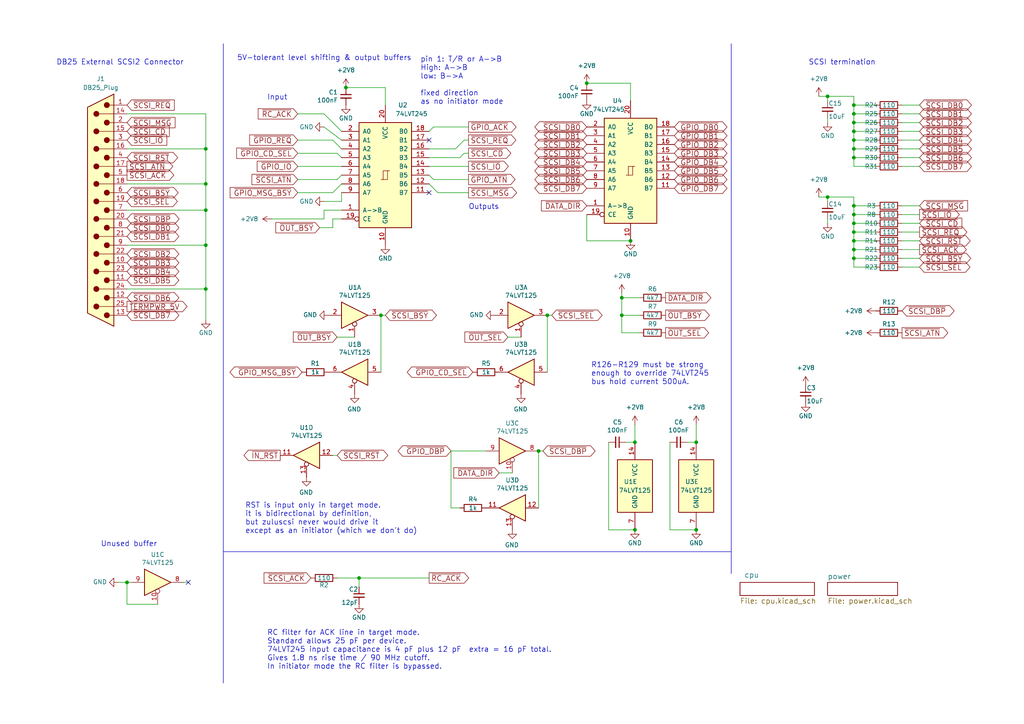
<source format=kicad_sch>
(kicad_sch (version 20230121) (generator eeschema)
  (paper "A4")
  (title_block (title "SillyTinySCSI") (rev "V2.0") (company "ZZJ / M.D.") (comment 1 "Derivative of ZuluSCSI Pico OSHW") (comment 2 "ZuluSCSI is a registered trademark of (C) Rabbit Hole Computing") (comment 3 "Descended from SCSI2SD, with special thanks to Michael McMaster"))
  (junction (at 170.18 24.13))
  (junction (at 247.65 64.77))
  (junction (at 247.65 74.93))
  (junction (at 59.69 71.12))
  (junction (at 158.75 91.44))
  (junction (at 247.65 59.69))
  (junction (at 59.69 53.34))
  (junction (at 247.65 40.64))
  (junction (at 36.83 168.91))
  (junction (at 184.15 153.67))
  (junction (at 156.21 130.81))
  (junction (at 247.65 30.48))
  (junction (at 180.34 91.44))
  (junction (at 59.69 43.18))
  (junction (at 247.65 43.18))
  (junction (at 247.65 72.39))
  (junction (at 247.65 62.23))
  (junction (at 201.93 153.67))
  (junction (at 182.88 69.85))
  (junction (at 184.15 128.27))
  (junction (at 59.69 83.82))
  (junction (at 247.65 35.56))
  (junction (at 100.33 25.4))
  (junction (at 201.93 128.27))
  (junction (at 110.49 91.44))
  (junction (at 59.69 60.96))
  (junction (at 247.65 45.72))
  (junction (at 104.14 167.64))
  (junction (at 247.65 33.02))
  (junction (at 247.65 67.31))
  (junction (at 180.34 86.36))
  (junction (at 240.03 57.15))
  (junction (at 240.03 27.94))
  (junction (at 247.65 69.85))
  (junction (at 247.65 38.1))
  (no_connect (at 54.61 168.91))
  (no_connect (at 124.46 55.88))
  (no_connect (at 124.46 40.64))
  (wire (pts (xy 247.65 38.1) (xy 247.65 40.64)))
  (wire (pts (xy 261.62 48.26) (xy 266.7 48.26)))
  (wire (pts (xy 110.49 91.44) (xy 110.49 107.95)))
  (wire (pts (xy 201.93 128.27) (xy 199.39 128.27)))
  (wire (pts (xy 194.31 128.27) (xy 194.31 153.67)))
  (wire (pts (xy 134.62 40.64) (xy 132.08 43.18)))
  (wire (pts (xy 261.62 64.77) (xy 266.7 64.77)))
  (wire (pts (xy 124.46 48.26) (xy 135.89 48.26)))
  (wire (pts (xy 59.69 53.34) (xy 59.69 60.96)))
  (wire (pts (xy 247.65 43.18) (xy 247.65 45.72)))
  (wire (pts (xy 93.98 63.5) (xy 93.98 60.96)))
  (wire (pts (xy 36.83 33.02) (xy 59.69 33.02)))
  (wire (pts (xy 86.36 55.88) (xy 96.52 55.88)))
  (wire (pts (xy 59.69 71.12) (xy 59.69 83.82)))
  (wire (pts (xy 78.74 63.5) (xy 93.98 63.5)))
  (wire (pts (xy 261.62 59.69) (xy 266.7 59.69)))
  (wire (pts (xy 247.65 67.31) (xy 247.65 69.85)))
  (wire (pts (xy 170.18 24.13) (xy 182.88 24.13)))
  (wire (pts (xy 247.65 77.47) (xy 254 77.47)))
  (wire (pts (xy 247.65 27.94) (xy 247.65 30.48)))
  (wire (pts (xy 132.08 43.18) (xy 124.46 43.18)))
  (wire (pts (xy 176.53 153.67) (xy 184.15 153.67)))
  (wire (pts (xy 247.65 74.93) (xy 254 74.93)))
  (wire (pts (xy 59.69 33.02) (xy 59.69 43.18)))
  (wire (pts (xy 247.65 35.56) (xy 254 35.56)))
  (wire (pts (xy 59.69 83.82) (xy 59.69 92.71)))
  (wire (pts (xy 247.65 57.15) (xy 247.65 59.69)))
  (wire (pts (xy 261.62 67.31) (xy 266.7 67.31)))
  (wire (pts (xy 247.65 38.1) (xy 254 38.1)))
  (wire (pts (xy 36.83 53.34) (xy 59.69 53.34)))
  (wire (pts (xy 240.03 57.15) (xy 247.65 57.15)))
  (wire (pts (xy 182.88 24.13) (xy 182.88 29.21)))
  (wire (pts (xy 247.65 33.02) (xy 247.65 35.56)))
  (wire (pts (xy 261.62 30.48) (xy 266.7 30.48)))
  (wire (pts (xy 97.79 132.08) (xy 96.52 132.08)))
  (wire (pts (xy 247.65 35.56) (xy 247.65 38.1)))
  (wire (pts (xy 104.14 170.18) (xy 104.14 167.64)))
  (wire (pts (xy 247.65 64.77) (xy 247.65 67.31)))
  (wire (pts (xy 99.06 55.88) (xy 99.06 58.42)))
  (wire (pts (xy 54.61 168.91) (xy 53.34 168.91)))
  (wire (pts (xy 261.62 43.18) (xy 266.7 43.18)))
  (wire (pts (xy 261.62 33.02) (xy 266.7 33.02)))
  (wire (pts (xy 97.79 44.45) (xy 99.06 45.72)))
  (wire (pts (xy 93.98 36.83) (xy 99.06 40.64)))
  (wire (pts (xy 247.65 74.93) (xy 247.65 77.47)))
  (wire (pts (xy 170.18 69.85) (xy 182.88 69.85)))
  (wire (pts (xy 261.62 72.39) (xy 266.7 72.39)))
  (wire (pts (xy 261.62 62.23) (xy 266.7 62.23)))
  (wire (pts (xy 261.62 35.56) (xy 266.7 35.56)))
  (wire (pts (xy 34.29 168.91) (xy 36.83 168.91)))
  (wire (pts (xy 125.73 36.83) (xy 135.89 36.83)))
  (wire (pts (xy 247.65 40.64) (xy 247.65 43.18)))
  (wire (pts (xy 247.65 59.69) (xy 247.65 62.23)))
  (wire (pts (xy 99.06 38.1) (xy 93.98 33.02)))
  (wire (pts (xy 144.78 107.95) (xy 143.51 107.95)))
  (wire (pts (xy 170.18 62.23) (xy 170.18 69.85)))
  (polyline (pts (xy 64.77 198.12) (xy 64.77 12.7)))
  (wire (pts (xy 158.75 91.44) (xy 158.75 107.95)))
  (wire (pts (xy 59.69 60.96) (xy 59.69 71.12)))
  (wire (pts (xy 254 59.69) (xy 247.65 59.69)))
  (wire (pts (xy 134.62 44.45) (xy 135.89 44.45)))
  (wire (pts (xy 93.98 58.42) (xy 99.06 58.42)))
  (wire (pts (xy 261.62 40.64) (xy 266.7 40.64)))
  (wire (pts (xy 104.14 167.64) (xy 97.79 167.64)))
  (wire (pts (xy 247.65 72.39) (xy 247.65 74.93)))
  (wire (pts (xy 185.42 86.36) (xy 180.34 86.36)))
  (wire (pts (xy 160.02 91.44) (xy 158.75 91.44)))
  (wire (pts (xy 261.62 77.47) (xy 266.7 77.47)))
  (wire (pts (xy 97.79 52.07) (xy 99.06 50.8)))
  (wire (pts (xy 247.65 72.39) (xy 254 72.39)))
  (wire (pts (xy 130.81 130.81) (xy 140.97 130.81)))
  (wire (pts (xy 180.34 91.44) (xy 180.34 86.36)))
  (wire (pts (xy 111.76 25.4) (xy 111.76 30.48)))
  (wire (pts (xy 181.61 128.27) (xy 184.15 128.27)))
  (wire (pts (xy 86.36 48.26) (xy 99.06 48.26)))
  (wire (pts (xy 59.69 43.18) (xy 59.69 53.34)))
  (wire (pts (xy 247.65 69.85) (xy 247.65 72.39)))
  (wire (pts (xy 100.33 25.4) (xy 111.76 25.4)))
  (wire (pts (xy 240.03 29.21) (xy 240.03 27.94)))
  (wire (pts (xy 104.14 167.64) (xy 124.46 167.64)))
  (wire (pts (xy 185.42 96.52) (xy 180.34 96.52)))
  (wire (pts (xy 261.62 38.1) (xy 266.7 38.1)))
  (wire (pts (xy 157.48 130.81) (xy 156.21 130.81)))
  (wire (pts (xy 124.46 45.72) (xy 133.35 45.72)))
  (wire (pts (xy 247.65 48.26) (xy 254 48.26)))
  (wire (pts (xy 111.76 91.44) (xy 110.49 91.44)))
  (wire (pts (xy 135.89 40.64) (xy 134.62 40.64)))
  (wire (pts (xy 97.79 97.79) (xy 102.87 97.79)))
  (wire (pts (xy 247.65 64.77) (xy 254 64.77)))
  (wire (pts (xy 86.36 44.45) (xy 97.79 44.45)))
  (wire (pts (xy 240.03 27.94) (xy 247.65 27.94)))
  (wire (pts (xy 247.65 45.72) (xy 254 45.72)))
  (wire (pts (xy 240.03 34.29) (xy 240.03 35.56)))
  (wire (pts (xy 194.31 153.67) (xy 201.93 153.67)))
  (wire (pts (xy 261.62 74.93) (xy 266.7 74.93)))
  (wire (pts (xy 96.52 40.64) (xy 86.36 40.64)))
  (wire (pts (xy 130.81 147.32) (xy 130.81 130.81)))
  (wire (pts (xy 247.65 62.23) (xy 247.65 64.77)))
  (polyline (pts (xy 212.09 12.7) (xy 212.09 166.37)))
  (wire (pts (xy 36.83 175.26) (xy 36.83 168.91)))
  (wire (pts (xy 176.53 128.27) (xy 176.53 153.67)))
  (wire (pts (xy 247.65 40.64) (xy 254 40.64)))
  (wire (pts (xy 247.65 45.72) (xy 247.65 48.26)))
  (wire (pts (xy 156.21 130.81) (xy 156.21 147.32)))
  (wire (pts (xy 133.35 45.72) (xy 134.62 44.45)))
  (wire (pts (xy 125.73 52.07) (xy 135.89 52.07)))
  (wire (pts (xy 93.98 60.96) (xy 99.06 60.96)))
  (polyline (pts (xy 64.77 160.02) (xy 212.09 160.02)))
  (wire (pts (xy 184.15 128.27) (xy 184.15 123.19)))
  (wire (pts (xy 96.52 63.5) (xy 99.06 63.5)))
  (wire (pts (xy 36.83 71.12) (xy 59.69 71.12)))
  (wire (pts (xy 237.49 57.15) (xy 240.03 57.15)))
  (wire (pts (xy 127 55.88) (xy 135.89 55.88)))
  (wire (pts (xy 247.65 43.18) (xy 254 43.18)))
  (wire (pts (xy 247.65 30.48) (xy 247.65 33.02)))
  (wire (pts (xy 180.34 86.36) (xy 180.34 85.09)))
  (wire (pts (xy 36.83 168.91) (xy 38.1 168.91)))
  (wire (pts (xy 237.49 27.94) (xy 240.03 27.94)))
  (wire (pts (xy 96.52 55.88) (xy 99.06 53.34)))
  (wire (pts (xy 185.42 91.44) (xy 180.34 91.44)))
  (wire (pts (xy 201.93 123.19) (xy 201.93 128.27)))
  (wire (pts (xy 254 30.48) (xy 247.65 30.48)))
  (wire (pts (xy 36.83 83.82) (xy 59.69 83.82)))
  (wire (pts (xy 125.73 36.83) (xy 124.46 38.1)))
  (wire (pts (xy 180.34 91.44) (xy 180.34 96.52)))
  (wire (pts (xy 247.65 62.23) (xy 254 62.23)))
  (wire (pts (xy 93.98 33.02) (xy 86.36 33.02)))
  (wire (pts (xy 130.81 147.32) (xy 133.35 147.32)))
  (wire (pts (xy 92.71 66.04) (xy 96.52 66.04)))
  (wire (pts (xy 45.72 175.26) (xy 36.83 175.26)))
  (wire (pts (xy 261.62 69.85) (xy 266.7 69.85)))
  (wire (pts (xy 247.65 33.02) (xy 254 33.02)))
  (wire (pts (xy 144.78 137.16) (xy 148.59 137.16)))
  (wire (pts (xy 96.52 66.04) (xy 96.52 63.5)))
  (wire (pts (xy 99.06 43.18) (xy 96.52 40.64)))
  (wire (pts (xy 147.32 97.79) (xy 151.13 97.79)))
  (wire (pts (xy 247.65 69.85) (xy 254 69.85)))
  (wire (pts (xy 247.65 67.31) (xy 254 67.31)))
  (wire (pts (xy 36.83 43.18) (xy 59.69 43.18)))
  (wire (pts (xy 240.03 63.5) (xy 240.03 64.77)))
  (wire (pts (xy 86.36 52.07) (xy 97.79 52.07)))
  (wire (pts (xy 261.62 45.72) (xy 266.7 45.72)))
  (wire (pts (xy 36.83 60.96) (xy 59.69 60.96)))
  (wire (pts (xy 125.73 52.07) (xy 124.46 50.8)))
  (wire (pts (xy 240.03 58.42) (xy 240.03 57.15)))
  (wire (pts (xy 127 55.88) (xy 124.46 53.34)))
  (text "SCSI termination" (at 254 19.05 0) (effects (font (size 1.524 1.524)) (justify right bottom)))
  (text "pin 1: T/R or A->B\nHigh: A->B\nlow: B->A\n\nfixed direction\nas no initiator mode" (at 121.92 30.48 0) (effects (font (size 1.524 1.524)) (justify left bottom)))
  (text "R126-R129 must be strong\nenough to override 74LVT245\nbus hold current 500uA." (at 171.45 111.76 0) (effects (font (size 1.524 1.524)) (justify left bottom)))
  (text "5V-tolerant level shifting & output buffers" (at 119.38 17.78 0) (effects (font (size 1.524 1.524)) (justify right bottom)))
  (text "Unused buffer" (at 29.21 158.75 0) (effects (font (size 1.524 1.524)) (justify left bottom)))
  (text "RST is input only in target mode.\nit is bidirectional by definition, \nbut zuluscsi never would drive it\nexcept as an initiator (which we don't do)" (at 71.12 154.94 0) (effects (font (size 1.524 1.524)) (justify left bottom)))
  (text "DB25 External SCSI2 Connector" (at 53.34 19.05 0) (effects (font (size 1.524 1.524)) (justify right bottom)))
  (text "Outputs\n" (at 135.89 60.96 0) (effects (font (size 1.524 1.524)) (justify left bottom)))
  (text "Input" (at 77.47 29.21 0) (effects (font (size 1.524 1.524)) (justify left bottom)))
  (text "RC filter for ACK line in target mode.\nStandard allows 25 pF per device.\n74LVT245 input capacitance is 4 pF plus 12 pF  extra = 16 pF total.\nGives 1.8 ns rise time / 90 MHz cutoff.\nIn initiator mode the RC filter is bypassed." (at 77.47 194.31 0) (effects (font (size 1.524 1.524)) (justify left bottom)))
  (global_label "~{OUT_BSY}" (shape input) (at 97.79 97.79 180) (effects (font (size 1.524 1.524))) (property "Intersheetrefs" "${INTERSHEET_REFS}" (effects hide)))
  (global_label "~{SCSI_BSY}" (shape bidirectional) (at 266.7 74.93 0) (effects (font (size 1.524 1.524))) (property "Intersheetrefs" "${INTERSHEET_REFS}" (effects hide)))
  (global_label "~{SCSI_ACK}" (shape output) (at 266.7 72.39 0) (effects (font (size 1.524 1.524))) (property "Intersheetrefs" "${INTERSHEET_REFS}" (effects hide)))
  (global_label "~{OUT_SEL}" (shape output) (at 193.04 96.52 0) (effects (font (size 1.524 1.524))) (property "Intersheetrefs" "${INTERSHEET_REFS}" (effects hide)))
  (global_label "~{SCSI_IO}" (shape output) (at 266.7 62.23 0) (effects (font (size 1.524 1.524))) (property "Intersheetrefs" "${INTERSHEET_REFS}" (effects hide)))
  (global_label "TERMPWR_5V" (shape output) (at 36.83 88.9 0) (effects (font (size 1.524 1.524))) (property "Intersheetrefs" "${INTERSHEET_REFS}" (effects hide)))
  (global_label "~{SCSI_DB5}" (shape bidirectional) (at 266.7 43.18 0) (effects (font (size 1.524 1.524))) (property "Intersheetrefs" "${INTERSHEET_REFS}" (effects hide)))
  (global_label "~{SCSI_DB7}" (shape bidirectional) (at 36.83 91.44 0) (effects (font (size 1.524 1.524))) (property "Intersheetrefs" "${INTERSHEET_REFS}" (effects hide)))
  (global_label "~{SCSI_DB1}" (shape bidirectional) (at 170.18 39.37 180) (effects (font (size 1.524 1.524))) (property "Intersheetrefs" "${INTERSHEET_REFS}" (effects hide)))
  (global_label "~{SCSI_DBP}" (shape bidirectional) (at 261.62 90.17 0) (effects (font (size 1.524 1.524))) (property "Intersheetrefs" "${INTERSHEET_REFS}" (effects hide)))
  (global_label "~{SCSI_REQ}" (shape output) (at 266.7 67.31 0) (effects (font (size 1.524 1.524))) (property "Intersheetrefs" "${INTERSHEET_REFS}" (effects hide)))
  (global_label "~{SCSI_IO}" (shape output) (at 135.89 48.26 0) (effects (font (size 1.524 1.524))) (property "Intersheetrefs" "${INTERSHEET_REFS}" (effects hide)))
  (global_label "~{SCSI_CD}" (shape input) (at 36.83 38.1 0) (effects (font (size 1.524 1.524))) (property "Intersheetrefs" "${INTERSHEET_REFS}" (effects hide)))
  (global_label "~{SCSI_ATN}" (shape output) (at 261.62 96.52 0) (effects (font (size 1.524 1.524))) (property "Intersheetrefs" "${INTERSHEET_REFS}" (effects hide)))
  (global_label "~{SCSI_MSG}" (shape input) (at 36.83 35.56 0) (effects (font (size 1.524 1.524))) (property "Intersheetrefs" "${INTERSHEET_REFS}" (effects hide)))
  (global_label "~{SCSI_RST}" (shape bidirectional) (at 97.79 132.08 0) (effects (font (size 1.524 1.524))) (property "Intersheetrefs" "${INTERSHEET_REFS}" (effects hide)))
  (global_label "~{GPIO_DB4}" (shape bidirectional) (at 195.58 46.99 0) (effects (font (size 1.524 1.524))) (property "Intersheetrefs" "${INTERSHEET_REFS}" (effects hide)))
  (global_label "~{DATA_DIR}" (shape input) (at 144.78 137.16 180) (effects (font (size 1.524 1.524))) (property "Intersheetrefs" "${INTERSHEET_REFS}" (effects hide)))
  (global_label "~{SCSI_REQ}" (shape output) (at 135.89 40.64 0) (effects (font (size 1.524 1.524))) (property "Intersheetrefs" "${INTERSHEET_REFS}" (effects hide)))
  (global_label "~{DATA_DIR}" (shape output) (at 193.04 86.36 0) (effects (font (size 1.524 1.524))) (property "Intersheetrefs" "${INTERSHEET_REFS}" (effects hide)))
  (global_label "~{GPIO_ACK}" (shape output) (at 135.89 36.83 0) (effects (font (size 1.524 1.524))) (property "Intersheetrefs" "${INTERSHEET_REFS}" (effects hide)))
  (global_label "~{SCSI_DB0}" (shape bidirectional) (at 170.18 36.83 180) (effects (font (size 1.524 1.524))) (property "Intersheetrefs" "${INTERSHEET_REFS}" (effects hide)))
  (global_label "~{SCSI_DBP}" (shape bidirectional) (at 157.48 130.81 0) (effects (font (size 1.524 1.524))) (property "Intersheetrefs" "${INTERSHEET_REFS}" (effects hide)))
  (global_label "~{SCSI_DB6}" (shape bidirectional) (at 170.18 52.07 180) (effects (font (size 1.524 1.524))) (property "Intersheetrefs" "${INTERSHEET_REFS}" (effects hide)))
  (global_label "~{OUT_BSY}" (shape output) (at 193.04 91.44 0) (effects (font (size 1.524 1.524))) (property "Intersheetrefs" "${INTERSHEET_REFS}" (effects hide)))
  (global_label "~{OUT_SEL}" (shape input) (at 147.32 97.79 180) (effects (font (size 1.524 1.524))) (property "Intersheetrefs" "${INTERSHEET_REFS}" (effects hide)))
  (global_label "~{SCSI_DB3}" (shape bidirectional) (at 266.7 38.1 0) (effects (font (size 1.524 1.524))) (property "Intersheetrefs" "${INTERSHEET_REFS}" (effects hide)))
  (global_label "~{SCSI_SEL}" (shape bidirectional) (at 266.7 77.47 0) (effects (font (size 1.524 1.524))) (property "Intersheetrefs" "${INTERSHEET_REFS}" (effects hide)))
  (global_label "~{GPIO_DB7}" (shape bidirectional) (at 195.58 54.61 0) (effects (font (size 1.524 1.524))) (property "Intersheetrefs" "${INTERSHEET_REFS}" (effects hide)))
  (global_label "~{SCSI_DB6}" (shape bidirectional) (at 36.83 86.36 0) (effects (font (size 1.524 1.524))) (property "Intersheetrefs" "${INTERSHEET_REFS}" (effects hide)))
  (global_label "~{GPIO_IO}" (shape input) (at 86.36 48.26 180) (effects (font (size 1.524 1.524))) (property "Intersheetrefs" "${INTERSHEET_REFS}" (effects hide)))
  (global_label "~{SCSI_BSY}" (shape bidirectional) (at 36.83 55.88 0) (effects (font (size 1.524 1.524))) (property "Intersheetrefs" "${INTERSHEET_REFS}" (effects hide)))
  (global_label "~{GPIO_DB5}" (shape bidirectional) (at 195.58 49.53 0) (effects (font (size 1.524 1.524))) (property "Intersheetrefs" "${INTERSHEET_REFS}" (effects hide)))
  (global_label "~{DATA_DIR}" (shape input) (at 170.18 59.69 180) (effects (font (size 1.524 1.524))) (property "Intersheetrefs" "${INTERSHEET_REFS}" (effects hide)))
  (global_label "~{SCSI_REQ}" (shape input) (at 36.83 30.48 0) (effects (font (size 1.524 1.524))) (property "Intersheetrefs" "${INTERSHEET_REFS}" (effects hide)))
  (global_label "~{SCSI_DB0}" (shape bidirectional) (at 36.83 66.04 0) (effects (font (size 1.524 1.524))) (property "Intersheetrefs" "${INTERSHEET_REFS}" (effects hide)))
  (global_label "~{SCSI_ATN}" (shape output) (at 36.83 48.26 0) (effects (font (size 1.524 1.524))) (property "Intersheetrefs" "${INTERSHEET_REFS}" (effects hide)))
  (global_label "~{SCSI_DB2}" (shape bidirectional) (at 36.83 73.66 0) (effects (font (size 1.524 1.524))) (property "Intersheetrefs" "${INTERSHEET_REFS}" (effects hide)))
  (global_label "~{GPIO_DB2}" (shape bidirectional) (at 195.58 41.91 0) (effects (font (size 1.524 1.524))) (property "Intersheetrefs" "${INTERSHEET_REFS}" (effects hide)))
  (global_label "~{SCSI_DB2}" (shape bidirectional) (at 170.18 41.91 180) (effects (font (size 1.524 1.524))) (property "Intersheetrefs" "${INTERSHEET_REFS}" (effects hide)))
  (global_label "~{SCSI_DB5}" (shape bidirectional) (at 170.18 49.53 180) (effects (font (size 1.524 1.524))) (property "Intersheetrefs" "${INTERSHEET_REFS}" (effects hide)))
  (global_label "~{SCSI_DB0}" (shape bidirectional) (at 266.7 30.48 0) (effects (font (size 1.524 1.524))) (property "Intersheetrefs" "${INTERSHEET_REFS}" (effects hide)))
  (global_label "~{RC_ACK}" (shape input) (at 86.36 33.02 180) (effects (font (size 1.524 1.524))) (property "Intersheetrefs" "${INTERSHEET_REFS}" (effects hide)))
  (global_label "~{RC_ACK}" (shape output) (at 124.46 167.64 0) (effects (font (size 1.524 1.524))) (property "Intersheetrefs" "${INTERSHEET_REFS}" (effects hide)))
  (global_label "~{SCSI_CD}" (shape output) (at 135.89 44.45 0) (effects (font (size 1.524 1.524))) (property "Intersheetrefs" "${INTERSHEET_REFS}" (effects hide)))
  (global_label "~{SCSI_BSY}" (shape bidirectional) (at 111.76 91.44 0) (effects (font (size 1.524 1.524))) (property "Intersheetrefs" "${INTERSHEET_REFS}" (effects hide)))
  (global_label "~{SCSI_DB7}" (shape bidirectional) (at 170.18 54.61 180) (effects (font (size 1.524 1.524))) (property "Intersheetrefs" "${INTERSHEET_REFS}" (effects hide)))
  (global_label "~{SCSI_SEL}" (shape bidirectional) (at 36.83 58.42 0) (effects (font (size 1.524 1.524))) (property "Intersheetrefs" "${INTERSHEET_REFS}" (effects hide)))
  (global_label "~{SCSI_DB4}" (shape bidirectional) (at 36.83 78.74 0) (effects (font (size 1.524 1.524))) (property "Intersheetrefs" "${INTERSHEET_REFS}" (effects hide)))
  (global_label "~{SCSI_DBP}" (shape bidirectional) (at 36.83 63.5 0) (effects (font (size 1.524 1.524))) (property "Intersheetrefs" "${INTERSHEET_REFS}" (effects hide)))
  (global_label "~{GPIO_MSG_BSY}" (shape input) (at 86.36 55.88 180) (effects (font (size 1.524 1.524))) (property "Intersheetrefs" "${INTERSHEET_REFS}" (effects hide)))
  (global_label "~{GPIO_DBP}" (shape bidirectional) (at 130.81 130.81 180) (effects (font (size 1.524 1.524))) (property "Intersheetrefs" "${INTERSHEET_REFS}" (effects hide)))
  (global_label "~{GPIO_DB0}" (shape bidirectional) (at 195.58 36.83 0) (effects (font (size 1.524 1.524))) (property "Intersheetrefs" "${INTERSHEET_REFS}" (effects hide)))
  (global_label "~{GPIO_ATN}" (shape output) (at 135.89 52.07 0) (effects (font (size 1.524 1.524))) (property "Intersheetrefs" "${INTERSHEET_REFS}" (effects hide)))
  (global_label "~{SCSI_ATN}" (shape input) (at 86.36 52.07 180) (effects (font (size 1.524 1.524))) (property "Intersheetrefs" "${INTERSHEET_REFS}" (effects hide)))
  (global_label "~{SCSI_MSG}" (shape input) (at 266.7 59.69 0) (effects (font (size 1.524 1.524))) (property "Intersheetrefs" "${INTERSHEET_REFS}" (effects hide)))
  (global_label "~{SCSI_DB1}" (shape bidirectional) (at 36.83 68.58 0) (effects (font (size 1.524 1.524))) (property "Intersheetrefs" "${INTERSHEET_REFS}" (effects hide)))
  (global_label "~{GPIO_MSG_BSY}" (shape bidirectional) (at 87.63 107.95 180) (effects (font (size 1.524 1.524))) (property "Intersheetrefs" "${INTERSHEET_REFS}" (effects hide)))
  (global_label "~{SCSI_ACK}" (shape output) (at 36.83 50.8 0) (effects (font (size 1.524 1.524))) (property "Intersheetrefs" "${INTERSHEET_REFS}" (effects hide)))
  (global_label "~{OUT_BSY}" (shape input) (at 92.71 66.04 180) (effects (font (size 1.524 1.524))) (property "Intersheetrefs" "${INTERSHEET_REFS}" (effects hide)))
  (global_label "~{GPIO_DB3}" (shape bidirectional) (at 195.58 44.45 0) (effects (font (size 1.524 1.524))) (property "Intersheetrefs" "${INTERSHEET_REFS}" (effects hide)))
  (global_label "~{SCSI_DB7}" (shape bidirectional) (at 266.7 48.26 0) (effects (font (size 1.524 1.524))) (property "Intersheetrefs" "${INTERSHEET_REFS}" (effects hide)))
  (global_label "~{SCSI_DB4}" (shape bidirectional) (at 266.7 40.64 0) (effects (font (size 1.524 1.524))) (property "Intersheetrefs" "${INTERSHEET_REFS}" (effects hide)))
  (global_label "~{SCSI_DB5}" (shape bidirectional) (at 36.83 81.28 0) (effects (font (size 1.524 1.524))) (property "Intersheetrefs" "${INTERSHEET_REFS}" (effects hide)))
  (global_label "~{SCSI_DB4}" (shape bidirectional) (at 170.18 46.99 180) (effects (font (size 1.524 1.524))) (property "Intersheetrefs" "${INTERSHEET_REFS}" (effects hide)))
  (global_label "~{GPIO_CD_SEL}" (shape bidirectional) (at 137.16 107.95 180) (effects (font (size 1.524 1.524))) (property "Intersheetrefs" "${INTERSHEET_REFS}" (effects hide)))
  (global_label "~{SCSI_DB6}" (shape bidirectional) (at 266.7 45.72 0) (effects (font (size 1.524 1.524))) (property "Intersheetrefs" "${INTERSHEET_REFS}" (effects hide)))
  (global_label "~{SCSI_RST}" (shape bidirectional) (at 36.83 45.72 0) (effects (font (size 1.524 1.524))) (property "Intersheetrefs" "${INTERSHEET_REFS}" (effects hide)))
  (global_label "~{SCSI_DB3}" (shape bidirectional) (at 36.83 76.2 0) (effects (font (size 1.524 1.524))) (property "Intersheetrefs" "${INTERSHEET_REFS}" (effects hide)))
  (global_label "~{GPIO_REQ}" (shape input) (at 86.36 40.64 180) (effects (font (size 1.524 1.524))) (property "Intersheetrefs" "${INTERSHEET_REFS}" (effects hide)))
  (global_label "~{SCSI_DB3}" (shape bidirectional) (at 170.18 44.45 180) (effects (font (size 1.524 1.524))) (property "Intersheetrefs" "${INTERSHEET_REFS}" (effects hide)))
  (global_label "~{IN_RST}" (shape output) (at 81.28 132.08 180) (effects (font (size 1.524 1.524))) (property "Intersheetrefs" "${INTERSHEET_REFS}" (effects hide)))
  (global_label "~{SCSI_IO}" (shape input) (at 36.83 40.64 0) (effects (font (size 1.524 1.524))) (property "Intersheetrefs" "${INTERSHEET_REFS}" (effects hide)))
  (global_label "~{SCSI_SEL}" (shape bidirectional) (at 160.02 91.44 0) (effects (font (size 1.524 1.524))) (property "Intersheetrefs" "${INTERSHEET_REFS}" (effects hide)))
  (global_label "~{SCSI_DB2}" (shape bidirectional) (at 266.7 35.56 0) (effects (font (size 1.524 1.524))) (property "Intersheetrefs" "${INTERSHEET_REFS}" (effects hide)))
  (global_label "~{SCSI_ACK}" (shape input) (at 90.17 167.64 180) (effects (font (size 1.524 1.524))) (property "Intersheetrefs" "${INTERSHEET_REFS}" (effects hide)))
  (global_label "~{SCSI_CD}" (shape input) (at 266.7 64.77 0) (effects (font (size 1.524 1.524))) (property "Intersheetrefs" "${INTERSHEET_REFS}" (effects hide)))
  (global_label "~{GPIO_CD_SEL}" (shape input) (at 86.36 44.45 180) (effects (font (size 1.524 1.524))) (property "Intersheetrefs" "${INTERSHEET_REFS}" (effects hide)))
  (global_label "~{SCSI_RST}" (shape bidirectional) (at 266.7 69.85 0) (effects (font (size 1.524 1.524))) (property "Intersheetrefs" "${INTERSHEET_REFS}" (effects hide)))
  (global_label "~{GPIO_DB6}" (shape bidirectional) (at 195.58 52.07 0) (effects (font (size 1.524 1.524))) (property "Intersheetrefs" "${INTERSHEET_REFS}" (effects hide)))
  (global_label "~{GPIO_DB1}" (shape bidirectional) (at 195.58 39.37 0) (effects (font (size 1.524 1.524))) (property "Intersheetrefs" "${INTERSHEET_REFS}" (effects hide)))
  (global_label "~{SCSI_DB1}" (shape bidirectional) (at 266.7 33.02 0) (effects (font (size 1.524 1.524))) (property "Intersheetrefs" "${INTERSHEET_REFS}" (effects hide)))
  (global_label "~{SCSI_MSG}" (shape output) (at 135.89 55.88 0) (effects (font (size 1.524 1.524))) (property "Intersheetrefs" "${INTERSHEET_REFS}" (effects hide)))
  (symbol (lib_id "zuluscsi-rescue:C_Small") (at 233.68 114.3 0) (unit 1)
    (property "Reference" "C3" (at 233.934 112.522 0) (effects (justify left)))
    (property "Value" "10uF" (at 233.934 116.332 0) (effects (justify left)))
    (property "Footprint" "Capacitor_SMD:C_0805_2012Metric" (effects hide))
    (property "LCSC" "C15850" (effects hide))
    (property "Manufacturer" "Samsung" (effects hide))
    (property "PartNumber" "CL21A106KPFNNNG" (effects hide))
    (property "digikey" "1276-6456-1-ND " (effects hide))
  )
  (symbol (lib_id "zuluscsi-rescue:GND") (at 233.68 116.84 0) (unit 1)
    (property "Reference" "#PWR014" (effects hide))
    (property "Value" "GND" (at 233.68 120.65 0))
  )
  (symbol (lib_id "zuluscsi-rescue:C_Small") (at 170.18 26.67 0) (unit 1)
    (property "Reference" "C4" (at 167.8686 25.5016 0) (effects (justify right)))
    (property "Value" "100nF" (at 167.8686 27.813 0) (effects (justify right)))
    (property "Footprint" "Capacitor_SMD:C_0603_1608Metric" (effects hide))
    (property "LCSC" "C14663" (effects hide))
    (property "Manufacturer" "Samsung" (effects hide))
    (property "PartNumber" "CL10B104KB8NNWC" (effects hide))
    (property "digikey" "1276-1935-1-ND" (effects hide))
  )
  (symbol (lib_id "zuluscsi-rescue:C_Small") (at 179.07 128.27 270) (unit 1)
    (property "Reference" "C5" (at 179.07 122.4534 90))
    (property "Value" "100nF" (at 179.07 124.7648 90))
    (property "Footprint" "Capacitor_SMD:C_0603_1608Metric" (effects hide))
    (property "LCSC" "C14663" (effects hide))
    (property "Manufacturer" "Samsung" (effects hide))
    (property "PartNumber" "CL10B104KB8NNWC" (effects hide))
    (property "digikey" "1276-1935-1-ND" (effects hide))
  )
  (symbol (lib_id "zuluscsi-rescue:R") (at 257.81 90.17 270) (unit 1)
    (property "Reference" "R12" (at 257.81 87.63 90))
    (property "Value" "110" (at 257.81 90.17 90))
    (property "Footprint" "Resistor_SMD:R_0603_1608Metric" (effects hide))
    (property "LCSC" "C22781" (effects hide))
    (property "Manufacturer" "Yageo" (effects hide))
    (property "PartNumber" "RC0603FR-07110RL" (effects hide))
    (property "digikey" "311-110HRTR-ND" (effects hide))
  )
  (symbol (lib_id "zuluscsi-rescue:R") (at 257.81 96.52 270) (unit 1)
    (property "Reference" "R13" (at 257.81 93.98 90))
    (property "Value" "110" (at 257.81 96.52 90))
    (property "Footprint" "Resistor_SMD:R_0603_1608Metric" (effects hide))
    (property "LCSC" "C22781" (effects hide))
    (property "Manufacturer" "Yageo" (effects hide))
    (property "PartNumber" "RC0603FR-07110RL" (effects hide))
    (property "digikey" "311-110HRTR-ND" (effects hide))
  )
  (symbol (lib_id "zuluscsi-rescue:C_Small") (at 196.85 128.27 90) (unit 1)
    (property "Reference" "C6" (at 196.85 122.4534 90))
    (property "Value" "100nF" (at 196.85 124.7648 90))
    (property "Footprint" "Capacitor_SMD:C_0603_1608Metric" (effects hide))
    (property "LCSC" "C14663" (effects hide))
    (property "Manufacturer" "Samsung" (effects hide))
    (property "PartNumber" "CL10B104KB8NNWC" (effects hide))
    (property "digikey" "1276-1935-1-ND" (effects hide))
  )
  (symbol (lib_id "zuluscsi-rescue:C_Small") (at 100.33 27.94 0) (unit 1)
    (property "Reference" "C1" (at 98.0186 26.7716 0) (effects (justify right)))
    (property "Value" "100nF" (at 98.0186 29.083 0) (effects (justify right)))
    (property "Footprint" "Capacitor_SMD:C_0603_1608Metric" (effects hide))
    (property "LCSC" "C14663" (effects hide))
    (property "Manufacturer" "Samsung" (effects hide))
    (property "PartNumber" "CL10B104KB8NNWC" (effects hide))
    (property "digikey" "1276-1935-1-ND" (effects hide))
  )
  (symbol (lib_id "zuluscsi-rescue:GND") (at 59.69 92.71 0) (unit 1)
    (property "Reference" "#PWR01" (effects hide))
    (property "Value" "GND" (at 59.69 96.52 0))
  )
  (symbol (lib_id "zuluscsi-rescue:R") (at 93.98 167.64 90) (mirror x) (unit 1)
    (property "Reference" "R2" (at 93.98 169.672 90))
    (property "Value" "110" (at 93.98 167.64 90))
    (property "Footprint" "Resistor_SMD:R_0603_1608Metric" (effects hide))
    (property "LCSC" "C22781" (effects hide))
    (property "Manufacturer" "Yageo" (effects hide))
    (property "PartNumber" "RC0603FR-07110RL" (effects hide))
    (property "digikey" "311-110HRTR-ND" (effects hide))
  )
  (symbol (lib_id "zuluscsi-rescue:C_Small") (at 104.14 172.72 0) (mirror y) (unit 1)
    (property "Reference" "C2" (at 103.886 170.942 0) (effects (justify left)))
    (property "Value" "12pF" (at 103.886 174.752 0) (effects (justify left)))
    (property "Footprint" "Capacitor_SMD:C_0603_1608Metric" (effects hide))
    (property "LCSC" "C38523" (effects hide))
    (property "Manufacturer" "KEMET" (effects hide))
    (property "PartNumber" "C0603C120J5GAC7867" (effects hide))
    (property "digikey" "399-C0603C120J5GAC7867TR-ND" (effects hide))
  )
  (symbol (lib_id "zuluscsi-rescue:GND") (at 104.14 175.26 0) (mirror y) (unit 1)
    (property "Reference" "#PWR08" (effects hide))
    (property "Value" "GND" (at 104.14 179.07 0))
  )
  (symbol (lib_id "74xx:74LS245") (at 182.88 49.53 0) (unit 1)
    (property "Reference" "U4" (at 179.07 29.21 0))
    (property "Value" "74LVT245" (at 176.53 31.75 0))
    (property "Footprint" "ZuluSCSI:SSOP_TSSOP-20_5.3x7.2mm_P0.65mm" (effects hide))
    (property "Datasheet" "http://www.ti.com/lit/gpn/sn74LS245" (effects hide))
    (property "LCSC" "C7057" (effects hide))
    (property "Manufacturer" "Diodes Inc" (effects hide))
    (property "PartNumber" "74LVT245BBT20-13" (effects hide))
    (property "digikey" "74LVT245BBT20-13DICT-ND" (effects hide))
    (property "JLCPCBCORRECT" "0;0;-90" (effects hide))
  )
  (symbol (lib_id "74xx:74LVC125") (at 102.87 91.44 0) (unit 1)
    (property "Reference" "U1" (at 102.87 83.3882 0))
    (property "Value" "74LVT125" (at 102.87 85.6996 0))
    (property "Footprint" "ZuluSCSI:SSOP_TSSOP-14_4.4x5mm_Pitch0.65mm_PCBWay-MaskClearance0.22mm" (effects hide))
    (property "Datasheet" "http://www.ti.com/lit/gpn/sn74LVC125" (effects hide))
    (property "LCSC" "C7042" (effects hide))
    (property "Manufacturer" "Onsemi" (effects hide))
    (property "PartNumber" "74LVTH125MTC" (effects hide))
    (property "digikey" "74LVTH125MTC-ND" (effects hide))
    (property "JLCPCBCORRECT" "0;0;-90" (effects hide))
  )
  (symbol (lib_id "74xx:74LVC125") (at 102.87 107.95 0) (mirror y) (unit 2)
    (property "Reference" "U1" (at 102.87 99.8982 0))
    (property "Value" "74LVT125" (at 102.87 102.2096 0))
    (property "Footprint" "ZuluSCSI:SSOP_TSSOP-14_4.4x5mm_Pitch0.65mm_PCBWay-MaskClearance0.22mm" (effects hide))
    (property "Datasheet" "http://www.ti.com/lit/gpn/sn74LVC125" (effects hide))
    (property "LCSC" "C7042" (effects hide))
    (property "Manufacturer" "Onsemi" (effects hide))
    (property "PartNumber" "74LVTH125MTC" (effects hide))
    (property "digikey" "74LVTH125MTC-ND" (effects hide))
    (property "JLCPCBCORRECT" "0;0;-90" (effects hide))
  )
  (symbol (lib_id "zuluscsi-rescue:GND") (at 102.87 114.3 0) (mirror y) (unit 1)
    (property "Reference" "#PWR07" (effects hide))
    (property "Value" "GND" (at 102.743 118.6942 0))
  )
  (symbol (lib_id "zuluscsi-rescue:GND") (at 95.25 91.44 270) (mirror x) (unit 1)
    (property "Reference" "#PWR04" (effects hide))
    (property "Value" "GND" (at 91.9988 91.313 90) (effects (justify right)))
  )
  (symbol (lib_id "74xx:74LVC125") (at 88.9 132.08 0) (mirror y) (unit 4)
    (property "Reference" "U1" (at 88.9 124.0282 0))
    (property "Value" "74LVT125" (at 88.9 126.3396 0))
    (property "Footprint" "ZuluSCSI:SSOP_TSSOP-14_4.4x5mm_Pitch0.65mm_PCBWay-MaskClearance0.22mm" (effects hide))
    (property "Datasheet" "http://www.ti.com/lit/gpn/sn74LVC125" (effects hide))
    (property "LCSC" "C7042" (effects hide))
    (property "Manufacturer" "Onsemi" (effects hide))
    (property "PartNumber" "74LVTH125MTC" (effects hide))
    (property "digikey" "74LVTH125MTC-ND" (effects hide))
    (property "JLCPCBCORRECT" "0;0;-90" (effects hide))
  )
  (symbol (lib_id "zuluscsi-rescue:GND") (at 88.9 138.43 0) (mirror y) (unit 1)
    (property "Reference" "#PWR03" (effects hide))
    (property "Value" "GND" (at 88.773 142.8242 0))
  )
  (symbol (lib_id "74xx:74LS245") (at 111.76 50.8 0) (unit 1)
    (property "Reference" "U2" (at 116.84 30.48 0))
    (property "Value" "74LVT245" (at 119.38 33.02 0))
    (property "Footprint" "ZuluSCSI:SSOP_TSSOP-20_5.3x7.2mm_P0.65mm" (effects hide))
    (property "Datasheet" "http://www.ti.com/lit/gpn/sn74LS245" (effects hide))
    (property "LCSC" "C7057" (effects hide))
    (property "Manufacturer" "Diodes Inc" (effects hide))
    (property "PartNumber" "74LVT245BBT20-13" (effects hide))
    (property "digikey" "74LVT245BBT20-13DICT-ND" (effects hide))
    (property "JLCPCBCORRECT" "0;0;-90" (effects hide))
  )
  (symbol (lib_id "74xx:74LVC125") (at 151.13 91.44 0) (unit 1)
    (property "Reference" "U3" (at 151.13 83.3882 0))
    (property "Value" "74LVT125" (at 151.13 85.6996 0))
    (property "Footprint" "ZuluSCSI:SSOP_TSSOP-14_4.4x5mm_Pitch0.65mm_PCBWay-MaskClearance0.22mm" (effects hide))
    (property "Datasheet" "http://www.ti.com/lit/gpn/sn74LVC125" (effects hide))
    (property "LCSC" "C7042" (effects hide))
    (property "Manufacturer" "Onsemi" (effects hide))
    (property "PartNumber" "74LVTH125MTC" (effects hide))
    (property "digikey" "74LVTH125MTC-ND" (effects hide))
    (property "JLCPCBCORRECT" "0;0;-90" (effects hide))
  )
  (symbol (lib_id "74xx:74LVC125") (at 151.13 107.95 0) (mirror y) (unit 2)
    (property "Reference" "U3" (at 151.13 99.8982 0))
    (property "Value" "74LVT125" (at 151.13 102.2096 0))
    (property "Footprint" "ZuluSCSI:SSOP_TSSOP-14_4.4x5mm_Pitch0.65mm_PCBWay-MaskClearance0.22mm" (effects hide))
    (property "Datasheet" "http://www.ti.com/lit/gpn/sn74LVC125" (effects hide))
    (property "LCSC" "C7042" (effects hide))
    (property "Manufacturer" "Onsemi" (effects hide))
    (property "PartNumber" "74LVTH125MTC" (effects hide))
    (property "digikey" "74LVTH125MTC-ND" (effects hide))
    (property "JLCPCBCORRECT" "0;0;-90" (effects hide))
  )
  (symbol (lib_id "zuluscsi-rescue:GND") (at 151.13 114.3 0) (mirror y) (unit 1)
    (property "Reference" "#PWR012" (effects hide))
    (property "Value" "GND" (at 151.003 118.6942 0))
  )
  (symbol (lib_id "zuluscsi-rescue:GND") (at 143.51 91.44 270) (mirror x) (unit 1)
    (property "Reference" "#PWR010" (effects hide))
    (property "Value" "GND" (at 140.2588 91.313 90) (effects (justify right)))
  )
  (symbol (lib_id "74xx:74LVC125") (at 148.59 130.81 0) (unit 3)
    (property "Reference" "U3" (at 148.59 122.7582 0))
    (property "Value" "74LVT125" (at 148.59 125.0696 0))
    (property "Footprint" "ZuluSCSI:SSOP_TSSOP-14_4.4x5mm_Pitch0.65mm_PCBWay-MaskClearance0.22mm" (effects hide))
    (property "Datasheet" "http://www.ti.com/lit/gpn/sn74LVC125" (effects hide))
    (property "LCSC" "C7042" (effects hide))
    (property "Manufacturer" "Onsemi" (effects hide))
    (property "PartNumber" "74LVTH125MTC" (effects hide))
    (property "digikey" "74LVTH125MTC-ND" (effects hide))
    (property "JLCPCBCORRECT" "0;0;-90" (effects hide))
  )
  (symbol (lib_id "74xx:74LVC125") (at 148.59 147.32 0) (mirror y) (unit 4)
    (property "Reference" "U3" (at 148.59 139.2682 0))
    (property "Value" "74LVT125" (at 148.59 141.5796 0))
    (property "Footprint" "ZuluSCSI:SSOP_TSSOP-14_4.4x5mm_Pitch0.65mm_PCBWay-MaskClearance0.22mm" (effects hide))
    (property "Datasheet" "http://www.ti.com/lit/gpn/sn74LVC125" (effects hide))
    (property "LCSC" "C7042" (effects hide))
    (property "Manufacturer" "Onsemi" (effects hide))
    (property "PartNumber" "74LVTH125MTC" (effects hide))
    (property "digikey" "74LVTH125MTC-ND" (effects hide))
    (property "JLCPCBCORRECT" "0;0;-90" (effects hide))
  )
  (symbol (lib_id "zuluscsi-rescue:GND") (at 148.59 153.67 0) (mirror y) (unit 1)
    (property "Reference" "#PWR011" (effects hide))
    (property "Value" "GND" (at 148.463 158.0642 0))
  )
  (symbol (lib_id "zuluscsi-rescue:R") (at 140.97 107.95 90) (mirror x) (unit 1)
    (property "Reference" "R5" (at 140.97 105.41 90))
    (property "Value" "1k" (at 140.97 107.95 90))
    (property "Footprint" "Resistor_SMD:R_0603_1608Metric" (effects hide))
    (property "LCSC" "C21190" (effects hide))
    (property "Manufacturer" "Yageo" (effects hide))
    (property "PartNumber" "RC0603JR-071KL" (effects hide))
    (property "digikey" "311-1.0KGRCT-ND" (effects hide))
  )
  (symbol (lib_id "zuluscsi-rescue:R") (at 137.16 147.32 270) (mirror x) (unit 1)
    (property "Reference" "R4" (at 137.16 144.78 90))
    (property "Value" "1k" (at 137.16 147.32 90))
    (property "Footprint" "Resistor_SMD:R_0603_1608Metric" (effects hide))
    (property "LCSC" "C21190" (effects hide))
    (property "Manufacturer" "Yageo" (effects hide))
    (property "PartNumber" "RC0603JR-071KL" (effects hide))
    (property "digikey" "311-1.0KGRCT-ND" (effects hide))
  )
  (symbol (lib_id "zuluscsi-rescue:R") (at 91.44 107.95 90) (mirror x) (unit 1)
    (property "Reference" "R1" (at 91.44 105.41 90))
    (property "Value" "1k" (at 91.44 107.95 90))
    (property "Footprint" "Resistor_SMD:R_0603_1608Metric" (effects hide))
    (property "LCSC" "C21190" (effects hide))
    (property "Manufacturer" "Yageo" (effects hide))
    (property "PartNumber" "RC0603JR-071KL" (effects hide))
    (property "digikey" "311-1.0KGRCT-ND" (effects hide))
  )
  (symbol (lib_id "zuluscsi-rescue:GND") (at 182.88 69.85 0) (mirror y) (unit 1)
    (property "Reference" "#PWR018" (effects hide))
    (property "Value" "GND" (at 182.88 73.66 0))
  )
  (symbol (lib_id "zuluscsi-rescue:GND") (at 111.76 71.12 0) (unit 1)
    (property "Reference" "#PWR09" (effects hide))
    (property "Value" "GND" (at 111.76 74.93 0))
  )
  (symbol (lib_id "zuluscsi-rescue:GND") (at 100.33 30.48 0) (unit 1)
    (property "Reference" "#PWR06" (effects hide))
    (property "Value" "GND" (at 100.33 34.29 0))
  )
  (symbol (lib_id "zuluscsi-rescue:GND") (at 170.18 29.21 0) (unit 1)
    (property "Reference" "#PWR016" (effects hide))
    (property "Value" "GND" (at 170.18 33.02 0))
  )
  (symbol (lib_id "zuluscsi-rescue:R") (at 189.23 86.36 90) (mirror x) (unit 1)
    (property "Reference" "R6" (at 189.23 83.82 90))
    (property "Value" "4k7" (at 189.23 86.36 90))
    (property "Footprint" "Resistor_SMD:R_0603_1608Metric" (effects hide))
    (property "LCSC" "C23162" (effects hide))
    (property "Manufacturer" "Yageo" (effects hide))
    (property "PartNumber" "RC0603JR-074K7L" (effects hide))
    (property "digikey" "311-100KHRTR-ND" (effects hide))
  )
  (symbol (lib_id "zuluscsi-rescue:R") (at 189.23 91.44 90) (mirror x) (unit 1)
    (property "Reference" "R7" (at 189.23 88.9 90))
    (property "Value" "4k7" (at 189.23 91.44 90))
    (property "Footprint" "Resistor_SMD:R_0603_1608Metric" (effects hide))
    (property "LCSC" "C23162" (effects hide))
    (property "Manufacturer" "Yageo" (effects hide))
    (property "PartNumber" "RC0603JR-074K7L" (effects hide))
    (property "digikey" "311-100KHRTR-ND" (effects hide))
  )
  (symbol (lib_id "zuluscsi-rescue:R") (at 189.23 96.52 90) (mirror x) (unit 1)
    (property "Reference" "R9" (at 189.23 93.98 90))
    (property "Value" "4k7" (at 189.23 96.52 90))
    (property "Footprint" "Resistor_SMD:R_0603_1608Metric" (effects hide))
    (property "LCSC" "C23162" (effects hide))
    (property "Manufacturer" "Yageo" (effects hide))
    (property "PartNumber" "RC0603JR-074K7L" (effects hide))
    (property "digikey" "311-100KHRTR-ND" (effects hide))
  )
  (symbol (lib_id "74xx:74LVC125") (at 184.15 140.97 0) (unit 5)
    (property "Reference" "U1" (at 182.88 139.7 0))
    (property "Value" "74LVT125" (at 184.15 142.24 0))
    (property "Footprint" "ZuluSCSI:SSOP_TSSOP-14_4.4x5mm_Pitch0.65mm_PCBWay-MaskClearance0.22mm" (effects hide))
    (property "Datasheet" "http://www.ti.com/lit/gpn/sn74LVC125" (effects hide))
    (property "LCSC" "C7042" (effects hide))
    (property "Manufacturer" "Onsemi" (effects hide))
    (property "PartNumber" "74LVTH125MTC" (effects hide))
    (property "digikey" "74LVTH125MTC-ND" (effects hide))
    (property "JLCPCBCORRECT" "0;0;-90" (effects hide))
  )
  (symbol (lib_id "74xx:74LVC125") (at 201.93 140.97 0) (unit 5)
    (property "Reference" "U3" (at 200.66 139.7 0))
    (property "Value" "74LVT125" (at 201.93 142.24 0))
    (property "Footprint" "ZuluSCSI:SSOP_TSSOP-14_4.4x5mm_Pitch0.65mm_PCBWay-MaskClearance0.22mm" (effects hide))
    (property "Datasheet" "http://www.ti.com/lit/gpn/sn74LVC125" (effects hide))
    (property "LCSC" "C7042" (effects hide))
    (property "Manufacturer" "Onsemi" (effects hide))
    (property "PartNumber" "74LVTH125MTC" (effects hide))
    (property "digikey" "74LVTH125MTC-ND" (effects hide))
    (property "JLCPCBCORRECT" "0;0;-90" (effects hide))
  )
  (symbol (lib_id "zuluscsi-rescue:GND") (at 184.15 153.67 0) (unit 1)
    (property "Reference" "#PWR020" (effects hide))
    (property "Value" "GND" (at 184.15 157.48 0))
  )
  (symbol (lib_id "zuluscsi-rescue:GND") (at 201.93 153.67 0) (unit 1)
    (property "Reference" "#PWR022" (effects hide))
    (property "Value" "GND" (at 201.93 157.48 0))
  )
  (symbol (lib_id "74xx:74LVC125") (at 45.72 168.91 0) (unit 3)
    (property "Reference" "U1" (at 45.72 160.8582 0))
    (property "Value" "74LVT125" (at 45.72 163.1696 0))
    (property "Footprint" "ZuluSCSI:SSOP_TSSOP-14_4.4x5mm_Pitch0.65mm_PCBWay-MaskClearance0.22mm" (effects hide))
    (property "Datasheet" "http://www.ti.com/lit/gpn/sn74LVC125" (effects hide))
    (property "LCSC" "C7042" (effects hide))
    (property "Manufacturer" "Onsemi" (effects hide))
    (property "PartNumber" "74LVTH125MTC" (effects hide))
    (property "digikey" "74LVTH125MTC-ND" (effects hide))
    (property "JLCPCBCORRECT" "0;0;-90" (effects hide))
  )
  (symbol (lib_id "zuluscsi-rescue:R") (at 257.81 67.31 270) (unit 1)
    (property "Reference" "R11" (at 252.73 67.31 90))
    (property "Value" "110" (at 257.81 67.31 90))
    (property "Footprint" "Resistor_SMD:R_0603_1608Metric" (effects hide))
    (property "LCSC" "C22781" (effects hide))
    (property "Manufacturer" "Yageo" (effects hide))
    (property "PartNumber" "RC0603FR-07110RL" (effects hide))
    (property "digikey" "311-110HRTR-ND" (effects hide))
  )
  (symbol (lib_id "power:+2V8") (at 180.34 85.09 0) (unit 1)
    (property "Reference" "#PWR017" (effects hide))
    (property "Value" "+2V8" (at 180.34 80.01 0))
  )
  (symbol (lib_id "power:+2V8") (at 170.18 24.13 0) (unit 1)
    (property "Reference" "#PWR015" (effects hide))
    (property "Value" "+2V8" (at 170.18 19.05 0))
  )
  (symbol (lib_id "zuluscsi-rescue:R") (at 257.81 43.18 270) (unit 1)
    (property "Reference" "R29" (at 252.73 43.18 90))
    (property "Value" "110" (at 257.81 43.18 90))
    (property "Footprint" "Resistor_SMD:R_0603_1608Metric" (effects hide))
    (property "LCSC" "C22781" (effects hide))
    (property "Manufacturer" "Yageo" (effects hide))
    (property "PartNumber" "RC0603FR-07110RL" (effects hide))
    (property "digikey" "311-110HRTR-ND" (effects hide))
  )
  (symbol (lib_id "zuluscsi-rescue:C_Small") (at 240.03 60.96 0) (unit 1)
    (property "Reference" "C14" (at 240.284 59.182 0) (effects (justify left)))
    (property "Value" "10uF" (at 240.284 62.992 0) (effects (justify left)))
    (property "Footprint" "Capacitor_SMD:C_0805_2012Metric" (effects hide))
    (property "LCSC" "C15850" (effects hide))
    (property "Manufacturer" "Samsung" (effects hide))
    (property "PartNumber" "CL21A106KPFNNNG" (effects hide))
    (property "digikey" "1276-6456-1-ND " (effects hide))
  )
  (symbol (lib_id "power:+2V8") (at 100.33 25.4 0) (unit 1)
    (property "Reference" "#PWR05" (effects hide))
    (property "Value" "+2V8" (at 100.33 20.32 0))
  )
  (symbol (lib_id "zuluscsi-rescue:R") (at 257.81 72.39 270) (unit 1)
    (property "Reference" "R21" (at 252.73 72.39 90))
    (property "Value" "110" (at 257.81 72.39 90))
    (property "Footprint" "Resistor_SMD:R_0603_1608Metric" (effects hide))
    (property "LCSC" "C22781" (effects hide))
    (property "Manufacturer" "Yageo" (effects hide))
    (property "PartNumber" "RC0603FR-07110RL" (effects hide))
    (property "digikey" "311-110HRTR-ND" (effects hide))
  )
  (symbol (lib_id "zuluscsi-rescue:R") (at 257.81 45.72 270) (unit 1)
    (property "Reference" "R30" (at 252.73 45.72 90))
    (property "Value" "110" (at 257.81 45.72 90))
    (property "Footprint" "Resistor_SMD:R_0603_1608Metric" (effects hide))
    (property "LCSC" "C22781" (effects hide))
    (property "Manufacturer" "Yageo" (effects hide))
    (property "PartNumber" "RC0603FR-07110RL" (effects hide))
    (property "digikey" "311-110HRTR-ND" (effects hide))
  )
  (symbol (lib_id "zuluscsi-rescue:R") (at 257.81 33.02 270) (unit 1)
    (property "Reference" "R25" (at 252.73 33.02 90))
    (property "Value" "110" (at 257.81 33.02 90))
    (property "Footprint" "Resistor_SMD:R_0603_1608Metric" (effects hide))
    (property "LCSC" "C22781" (effects hide))
    (property "Manufacturer" "Yageo" (effects hide))
    (property "PartNumber" "RC0603FR-07110RL" (effects hide))
    (property "digikey" "311-110HRTR-ND" (effects hide))
  )
  (symbol (lib_id "power:+2V8") (at 254 96.52 90) (unit 1)
    (property "Reference" "#PWR026" (effects hide))
    (property "Value" "+2V8" (at 250.19 96.52 90) (effects (justify left)))
  )
  (symbol (lib_id "power:+2V8") (at 78.74 63.5 90) (unit 1)
    (property "Reference" "#PWR044" (effects hide))
    (property "Value" "+2V8" (at 74.93 63.5 90) (effects (justify left)))
  )
  (symbol (lib_id "zuluscsi-rescue:R") (at 257.81 48.26 270) (unit 1)
    (property "Reference" "R31" (at 252.73 48.26 90))
    (property "Value" "110" (at 257.81 48.26 90))
    (property "Footprint" "Resistor_SMD:R_0603_1608Metric" (effects hide))
    (property "LCSC" "C22781" (effects hide))
    (property "Manufacturer" "Yageo" (effects hide))
    (property "PartNumber" "RC0603FR-07110RL" (effects hide))
    (property "digikey" "311-110HRTR-ND" (effects hide))
  )
  (symbol (lib_id "zuluscsi-rescue:R") (at 257.81 74.93 270) (unit 1)
    (property "Reference" "R22" (at 252.73 74.93 90))
    (property "Value" "110" (at 257.81 74.93 90))
    (property "Footprint" "Resistor_SMD:R_0603_1608Metric" (effects hide))
    (property "LCSC" "C22781" (effects hide))
    (property "Manufacturer" "Yageo" (effects hide))
    (property "PartNumber" "RC0603FR-07110RL" (effects hide))
    (property "digikey" "311-110HRTR-ND" (effects hide))
  )
  (symbol (lib_id "power:+2V8") (at 201.93 123.19 0) (unit 1)
    (property "Reference" "#PWR021" (effects hide))
    (property "Value" "+2V8" (at 201.93 118.11 0))
  )
  (symbol (lib_id "zuluscsi-rescue:R") (at 257.81 77.47 270) (unit 1)
    (property "Reference" "R23" (at 252.73 77.47 90))
    (property "Value" "110" (at 257.81 77.47 90))
    (property "Footprint" "Resistor_SMD:R_0603_1608Metric" (effects hide))
    (property "LCSC" "C22781" (effects hide))
    (property "Manufacturer" "Yageo" (effects hide))
    (property "PartNumber" "RC0603FR-07110RL" (effects hide))
    (property "digikey" "311-110HRTR-ND" (effects hide))
  )
  (symbol (lib_id "zuluscsi-rescue:GND") (at 34.29 168.91 270) (mirror x) (unit 1)
    (property "Reference" "#PWR02" (effects hide))
    (property "Value" "GND" (at 31.0388 168.783 90) (effects (justify right)))
  )
  (symbol (lib_id "zuluscsi-rescue:R") (at 257.81 69.85 270) (unit 1)
    (property "Reference" "R14" (at 252.73 69.85 90))
    (property "Value" "110" (at 257.81 69.85 90))
    (property "Footprint" "Resistor_SMD:R_0603_1608Metric" (effects hide))
    (property "LCSC" "C22781" (effects hide))
    (property "Manufacturer" "Yageo" (effects hide))
    (property "PartNumber" "RC0603FR-07110RL" (effects hide))
    (property "digikey" "311-110HRTR-ND" (effects hide))
  )
  (symbol (lib_id "zuluscsi-rescue:R") (at 257.81 30.48 270) (unit 1)
    (property "Reference" "R24" (at 252.73 30.48 90))
    (property "Value" "110" (at 257.81 30.48 90))
    (property "Footprint" "Resistor_SMD:R_0603_1608Metric" (effects hide))
    (property "LCSC" "C22781" (effects hide))
    (property "Manufacturer" "Yageo" (effects hide))
    (property "PartNumber" "RC0603FR-07110RL" (effects hide))
    (property "digikey" "311-110HRTR-ND" (effects hide))
  )
  (symbol (lib_id "zuluscsi-rescue:C_Small") (at 240.03 31.75 0) (unit 1)
    (property "Reference" "C15" (at 240.284 29.972 0) (effects (justify left)))
    (property "Value" "10uF" (at 240.284 33.782 0) (effects (justify left)))
    (property "Footprint" "Capacitor_SMD:C_0805_2012Metric" (effects hide))
    (property "LCSC" "C15850" (effects hide))
    (property "Manufacturer" "Samsung" (effects hide))
    (property "PartNumber" "CL21A106KPFNNNG" (effects hide))
    (property "digikey" "1276-6456-1-ND " (effects hide))
  )
  (symbol (lib_id "zuluscsi-rescue:GND") (at 93.98 36.83 270) (unit 1)
    (property "Reference" "#PWR046" (effects hide))
    (property "Value" "GND" (at 88.9 36.83 90))
  )
  (symbol (lib_id "power:+2V8") (at 233.68 111.76 0) (unit 1)
    (property "Reference" "#PWR013" (effects hide))
    (property "Value" "+2V8" (at 233.68 106.68 0))
  )
  (symbol (lib_id "Connector:DB25_Plug") (at 29.21 60.96 180) (unit 1)
    (property "Reference" "J1" (at 29.21 22.86 0))
    (property "Value" "DB25_Plug" (at 29.21 25.4 0))
    (property "Footprint" "ZuluSCSI:DSUB-25_Male_Vertical_Small Courtyard" (effects hide))
    (property "Datasheet" " ~" (effects hide))
    (property "PartNumber" "D25P24B4PA00LF" (effects hide))
    (property "LCSC" "D25P24B4PA00LF" (effects hide))
    (property "Manufacturer" "Amphenol ICC (FCI)" (effects hide))
    (property "digikey" "609-5556-ND" (effects hide))
  )
  (symbol (lib_id "zuluscsi-rescue:R") (at 257.81 38.1 270) (unit 1)
    (property "Reference" "R27" (at 252.73 38.1 90))
    (property "Value" "110" (at 257.81 38.1 90))
    (property "Footprint" "Resistor_SMD:R_0603_1608Metric" (effects hide))
    (property "LCSC" "C22781" (effects hide))
    (property "Manufacturer" "Yageo" (effects hide))
    (property "PartNumber" "RC0603FR-07110RL" (effects hide))
    (property "digikey" "311-110HRTR-ND" (effects hide))
  )
  (symbol (lib_id "power:+2V8") (at 254 90.17 90) (unit 1)
    (property "Reference" "#PWR025" (effects hide))
    (property "Value" "+2V8" (at 250.19 90.17 90) (effects (justify left)))
  )
  (symbol (lib_id "zuluscsi-rescue:R") (at 257.81 59.69 270) (unit 1)
    (property "Reference" "R3" (at 252.73 59.69 90))
    (property "Value" "110" (at 257.81 59.69 90))
    (property "Footprint" "Resistor_SMD:R_0603_1608Metric" (effects hide))
    (property "LCSC" "C22781" (effects hide))
    (property "Manufacturer" "Yageo" (effects hide))
    (property "PartNumber" "RC0603FR-07110RL" (effects hide))
    (property "digikey" "311-110HRTR-ND" (effects hide))
  )
  (symbol (lib_id "zuluscsi-rescue:R") (at 257.81 64.77 270) (unit 1)
    (property "Reference" "R10" (at 252.73 64.77 90))
    (property "Value" "110" (at 257.81 64.77 90))
    (property "Footprint" "Resistor_SMD:R_0603_1608Metric" (effects hide))
    (property "LCSC" "C22781" (effects hide))
    (property "Manufacturer" "Yageo" (effects hide))
    (property "PartNumber" "RC0603FR-07110RL" (effects hide))
    (property "digikey" "311-110HRTR-ND" (effects hide))
  )
  (symbol (lib_id "zuluscsi-rescue:R") (at 257.81 62.23 270) (unit 1)
    (property "Reference" "R8" (at 252.73 62.23 90))
    (property "Value" "110" (at 257.81 62.23 90))
    (property "Footprint" "Resistor_SMD:R_0603_1608Metric" (effects hide))
    (property "LCSC" "C22781" (effects hide))
    (property "Manufacturer" "Yageo" (effects hide))
    (property "PartNumber" "RC0603FR-07110RL" (effects hide))
    (property "digikey" "311-110HRTR-ND" (effects hide))
  )
  (symbol (lib_id "zuluscsi-rescue:GND") (at 240.03 64.77 0) (unit 1)
    (property "Reference" "#PWR024" (effects hide))
    (property "Value" "GND" (at 240.03 68.58 0))
  )
  (symbol (lib_id "power:+2V8") (at 184.15 123.19 0) (unit 1)
    (property "Reference" "#PWR019" (effects hide))
    (property "Value" "+2V8" (at 184.15 118.11 0))
  )
  (symbol (lib_id "zuluscsi-rescue:GND") (at 93.98 58.42 270) (unit 1)
    (property "Reference" "#PWR045" (effects hide))
    (property "Value" "GND" (at 88.9 58.42 90))
  )
  (symbol (lib_id "zuluscsi-rescue:GND") (at 240.03 35.56 0) (unit 1)
    (property "Reference" "#PWR048" (effects hide))
    (property "Value" "GND" (at 240.03 39.37 0))
  )
  (symbol (lib_id "power:+2V8") (at 237.49 57.15 0) (unit 1)
    (property "Reference" "#PWR023" (effects hide))
    (property "Value" "+2V8" (at 237.49 52.07 0))
  )
  (symbol (lib_id "power:+2V8") (at 237.49 27.94 0) (unit 1)
    (property "Reference" "#PWR047" (effects hide))
    (property "Value" "+2V8" (at 237.49 22.86 0))
  )
  (symbol (lib_id "zuluscsi-rescue:R") (at 257.81 35.56 270) (unit 1)
    (property "Reference" "R26" (at 252.73 35.56 90))
    (property "Value" "110" (at 257.81 35.56 90))
    (property "Footprint" "Resistor_SMD:R_0603_1608Metric" (effects hide))
    (property "LCSC" "C22781" (effects hide))
    (property "Manufacturer" "Yageo" (effects hide))
    (property "PartNumber" "RC0603FR-07110RL" (effects hide))
    (property "digikey" "311-110HRTR-ND" (effects hide))
  )
  (symbol (lib_id "zuluscsi-rescue:R") (at 257.81 40.64 270) (unit 1)
    (property "Reference" "R28" (at 252.73 40.64 90))
    (property "Value" "110" (at 257.81 40.64 90))
    (property "Footprint" "Resistor_SMD:R_0603_1608Metric" (effects hide))
    (property "LCSC" "C22781" (effects hide))
    (property "Manufacturer" "Yageo" (effects hide))
    (property "PartNumber" "RC0603FR-07110RL" (effects hide))
    (property "digikey" "311-110HRTR-ND" (effects hide))
  )
  (sheet (at 240.03 168.91) (size 20.32 3.81)
    (property "Sheetname" "power" (at 240.03 168.0714 0) (effects (font (size 1.524 1.524)) (justify left bottom)))
    (property "Sheetfile" "power.kicad_sch" (at 240.03 173.4062 0) (effects (font (size 1.524 1.524)) (justify left top)))
  )
  (sheet (at 214.63 168.91) (size 21.59 3.81)
    (property "Sheetname" "cpu" (at 215.9 167.64 0) (effects (font (size 1.524 1.524)) (justify left bottom)))
    (property "Sheetfile" "cpu.kicad_sch" (at 214.63 173.4062 0) (effects (font (size 1.524 1.524)) (justify left top)))
  )
)
</source>
